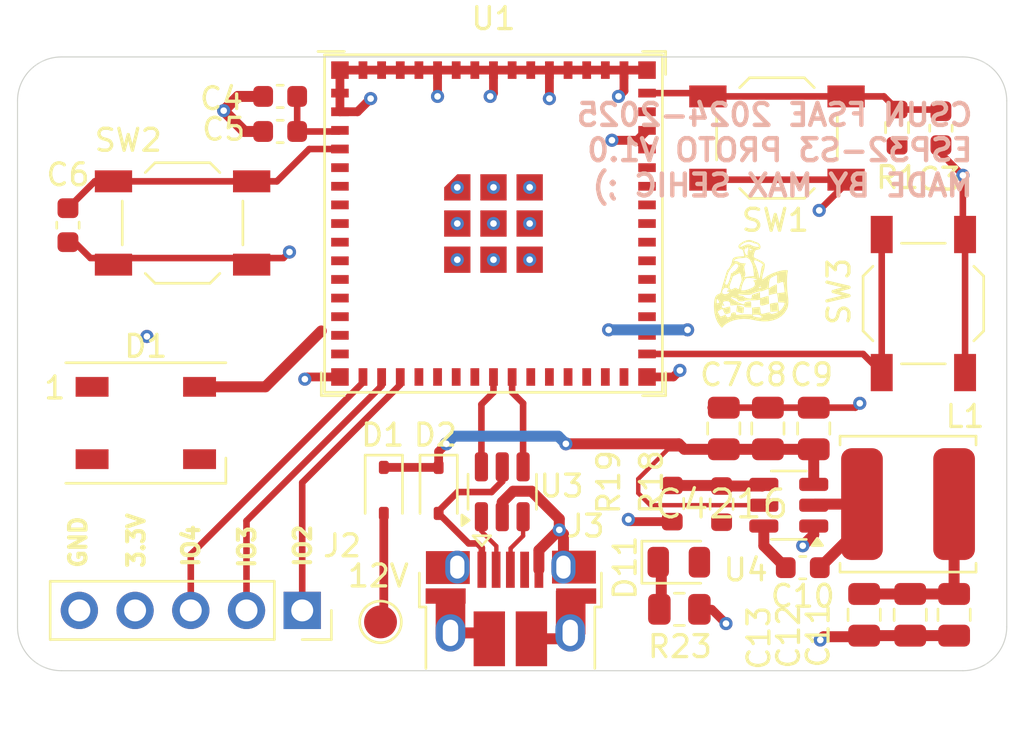
<source format=kicad_pcb>
(kicad_pcb (version 20240108) (generator "pcbnew") (generator_version "8.0")
  (layers (0 "F.Cu" signal) (31 "B.Cu" signal) (34 "B.Paste" user) (35 "F.Paste" user) (36 "B.SilkS" user "B.Silkscreen") (37 "F.SilkS" user "F.Silkscreen") (38 "B.Mask" user) (39 "F.Mask" user) (44 "Edge.Cuts" user))
  (net 0 "")
  (net 1 "GND")
  (net 2 "+3.3V")
  (net 3 "+12V")
  (net 4 "VBUS")
  (net 5 "Net-(U4-VBST)")
  (net 6 "Net-(U4-SW)")
  (net 7 "Net-(D11-K)")
  (net 8 "Net-(J3-D+)")
  (net 9 "Net-(J3-D-)")
  (net 11 "USB_N")
  (net 12 "Net-(U4-VFB)")
  (net 13 "GPIO3")
  (net 14 "USB_P")
  (net 15 "GPIO2")
  (net 16 "GPIO1")
  (net 17 "GPIO4")
  (net 18 "Net-(D1-K)")
  (net 19 "Net-(U1-GPIO0{slash}BOOT)")
  (net 20 "Net-(U1-EN)")
  (net 50 "+5V")
  (net 51 "Net-(D1-DIN)")
  (net 53 "DATA IN")
  (footprint "Resistor_SMD:R_0805_2012Metric" (layer "F.Cu") (at 173.175 110.7)
    (property "Reference" "R23" (at 0.025 1.7 0) (layer "F.SilkS"))
    (property "Value" "100")
    (pad "1" smd roundrect (at -0.9125 0) (size 1.025 1.4) (layers "F.Cu" "F.Paste" "F.Mask") (roundrect_rratio 0.243902) (net 7 "Net-(D11-K)"))
    (pad "2" smd roundrect (at 0.9125 0) (size 1.025 1.4) (layers "F.Cu" "F.Paste" "F.Mask") (roundrect_rratio 0.243902) (net 1 "GND"))
  )
  (footprint "Resistor_SMD:R_0603_1608Metric" (layer "F.Cu") (at 172.85 105.875 -90)
    (property "Reference" "R19" (at -0.975 2.9 -90) (layer "F.SilkS"))
    (property "Value" "10k")
    (pad "1" smd roundrect (at -0.825 0 270) (size 0.8 0.95) (layers "F.Cu" "F.Paste" "F.Mask") (net 12 "Net-(U4-VFB)"))
    (pad "2" smd roundrect (at 0.825 0 270) (size 0.8 0.95) (layers "F.Cu" "F.Paste" "F.Mask") (net 1 "GND"))
  )
  (footprint "Capacitor_SMD:C_0603_1608Metric" (layer "F.Cu") (at 178.8 108.8 180)
    (property "Reference" "C10" (at 0 -1.3 0) (layer "F.SilkS"))
    (property "Value" "100nF")
    (pad "1" smd roundrect (at -0.775 0 180) (size 0.9 0.95) (layers "F.Cu" "F.Paste" "F.Mask") (net 6 "Net-(U4-SW)"))
    (pad "2" smd roundrect (at 0.775 0 180) (size 0.9 0.95) (layers "F.Cu" "F.Paste" "F.Mask") (net 5 "Net-(U4-VBST)"))
  )
  (footprint "Button_Switch_SMD:SW_SPST_TL3342" (layer "F.Cu") (at 184.3 96.75 -90)
    (property "Reference" "SW3" (at -0.55 3.85 -90) (layer "F.SilkS"))
    (property "Value" "INPUT1")
    (pad "1" smd rect (at -3.15 -1.9 270) (size 1.7 1) (layers "F.Cu" "F.Paste" "F.Mask") (net 1 "GND"))
    (pad "1" smd rect (at 3.15 -1.9 270) (size 1.7 1) (layers "F.Cu" "F.Paste" "F.Mask") (net 1 "GND"))
    (pad "2" smd rect (at -3.15 1.9 270) (size 1.7 1) (layers "F.Cu" "F.Paste" "F.Mask") (net 16 "GPIO1"))
    (pad "2" smd rect (at 3.15 1.9 270) (size 1.7 1) (layers "F.Cu" "F.Paste" "F.Mask") (net 16 "GPIO1"))
  )
  (footprint "Capacitor_SMD:C_0805_2012Metric" (layer "F.Cu") (at 185.7 110.95 -90)
    (property "Reference" "C11" (at 0.95 6.2 90) (layer "F.SilkS"))
    (property "Value" "22uF")
    (pad "1" smd roundrect (at -0.95 0 270) (size 1 1.45) (layers "F.Cu" "F.Paste" "F.Mask") (net 2 "+3.3V"))
    (pad "2" smd roundrect (at 0.95 0 270) (size 1 1.45) (layers "F.Cu" "F.Paste" "F.Mask") (net 1 "GND"))
  )
  (footprint "Capacitor_SMD:C_0603_1608Metric" (layer "F.Cu") (at 145.3 93.175 -90)
    (property "Reference" "C6" (at -2.3 0 180) (layer "F.SilkS"))
    (property "Value" "0.1uF")
    (pad "1" smd roundrect (at -0.775 0 270) (size 0.9 0.95) (layers "F.Cu" "F.Paste" "F.Mask") (net 19 "Net-(U1-GPIO0{slash}BOOT)"))
    (pad "2" smd roundrect (at 0.775 0 270) (size 0.9 0.95) (layers "F.Cu" "F.Paste" "F.Mask") (net 1 "GND"))
  )
  (footprint "Package_TO_SOT_SMD:SOT-23-6" (layer "F.Cu") (at 178.1625 105.95 180)
    (property "Reference" "U4" (at 1.9625 -2.95 0) (layer "F.SilkS"))
    (property "Value" "TPS562200")
    (pad "1" smd roundrect (at -1.1375 -0.95 180) (size 1.325 0.6) (layers "F.Cu" "F.Paste" "F.Mask") (net 1 "GND"))
    (pad "2" smd roundrect (at -1.1375 0 180) (size 1.325 0.6) (layers "F.Cu" "F.Paste" "F.Mask") (net 6 "Net-(U4-SW)"))
    (pad "3" smd roundrect (at -1.1375 0.95 180) (size 1.325 0.6) (layers "F.Cu" "F.Paste" "F.Mask") (net 18 "Net-(D1-K)"))
    (pad "4" smd roundrect (at 1.1375 0.95 180) (size 1.325 0.6) (layers "F.Cu" "F.Paste" "F.Mask") (net 12 "Net-(U4-VFB)"))
    (pad "5" smd roundrect (at 1.1375 0 180) (size 1.325 0.6) (layers "F.Cu" "F.Paste" "F.Mask") (net 18 "Net-(D1-K)"))
    (pad "6" smd roundrect (at 1.1375 -0.95 180) (size 1.325 0.6) (layers "F.Cu" "F.Paste" "F.Mask") (net 5 "Net-(U4-VBST)"))
  )
  (footprint "Capacitor_SMD:C_0603_1608Metric" (layer "F.Cu") (at 154.975 88.9 180)
    (property "Reference" "C5" (at 2.575 0.1 0) (layer "F.SilkS"))
    (property "Value" "10nF")
    (pad "1" smd roundrect (at -0.775 0 180) (size 0.9 0.95) (layers "F.Cu" "F.Paste" "F.Mask") (net 2 "+3.3V"))
    (pad "2" smd roundrect (at 0.775 0 180) (size 0.9 0.95) (layers "F.Cu" "F.Paste" "F.Mask") (net 1 "GND"))
  )
  (footprint "Capacitor_SMD:C_0805_2012Metric" (layer "F.Cu") (at 183.7 110.95 -90)
    (property "Reference" "C12" (at 1 5.55 90) (layer "F.SilkS"))
    (property "Value" "22uF")
    (pad "1" smd roundrect (at -0.95 0 270) (size 1 1.45) (layers "F.Cu" "F.Paste" "F.Mask") (net 2 "+3.3V"))
    (pad "2" smd roundrect (at 0.95 0 270) (size 1 1.45) (layers "F.Cu" "F.Paste" "F.Mask") (net 1 "GND"))
  )
  (footprint "Capacitor_SMD:C_0805_2012Metric" (layer "F.Cu") (at 181.6 110.95 -90)
    (property "Reference" "C13" (at 1.05 4.8 90) (layer "F.SilkS"))
    (property "Value" "22uF")
    (pad "1" smd roundrect (at -0.95 0 270) (size 1 1.45) (layers "F.Cu" "F.Paste" "F.Mask") (net 2 "+3.3V"))
    (pad "2" smd roundrect (at 0.95 0 270) (size 1 1.45) (layers "F.Cu" "F.Paste" "F.Mask") (net 1 "GND"))
  )
  (footprint "Connector_USB:USB_Micro-B_Amphenol_10103594-0001LF_Horizontal" (layer "F.Cu") (at 165.495 110.66)
    (property "Reference" "J3" (at 3.405 -3.76 0) (layer "F.SilkS"))
    (property "Value" "USB_B_Micro")
    (pad "1" smd rect (at -1.325 -1.765 90) (size 1.65 0.4) (layers "F.Cu" "F.Paste" "F.Mask") (net 4 "VBUS"))
    (pad "2" smd rect (at -0.675 -1.765 90) (size 1.65 0.4) (layers "F.Cu" "F.Paste" "F.Mask") (net 9 "Net-(J3-D-)"))
    (pad "3" smd rect (at -0.025 -1.765 90) (size 1.65 0.4) (layers "F.Cu" "F.Paste" "F.Mask") (net 8 "Net-(J3-D+)"))
    (pad "4" smd rect (at 0.625 -1.765 90) (size 1.65 0.4) (layers "F.Cu" "F.Paste" "F.Mask"))
    (pad "5" smd rect (at 1.275 -1.765 90) (size 1.65 0.4) (layers "F.Cu" "F.Paste" "F.Mask") (net 1 "GND"))
    (pad "6" smd rect (at -2.975 -0.565) (size 1.825 0.7) (layers "F.Cu" "F.Paste" "F.Mask") (net 1 "GND"))
    (pad "6" smd rect (at -2.875 -1.865) (size 2 1.5) (layers "F.Cu" "F.Paste" "F.Mask") (net 1 "GND"))
    (pad "6" smd rect (at -2.755 0.185) (size 1.35 2) (layers "F.Cu" "F.Paste" "F.Mask") (net 1 "GND"))
    (pad "6" thru_hole oval (at -2.755 1.115 90) (size 1.7 1.35) (drill oval 1.2 0.7) (layers "*.Cu" "*.Mask") (net 1 "GND"))
    (pad "6" thru_hole oval (at -2.445 -1.885 90) (size 1.5 1.1) (drill oval 1.05 0.65) (layers "*.Cu" "*.Mask") (net 1 "GND"))
    (pad "6" smd rect (at -0.985 1.385 90) (size 2.5 1.43) (layers "F.Cu" "F.Paste" "F.Mask") (net 1 "GND"))
    (pad "6" smd rect (at 0.935 1.385 90) (size 2.5 1.43) (layers "F.Cu" "F.Paste" "F.Mask") (net 1 "GND"))
    (pad "6" thru_hole oval (at 2.395 -1.885 90) (size 1.5 1.1) (drill oval 1.05 0.65) (layers "*.Cu" "*.Mask") (net 1 "GND"))
    (pad "6" thru_hole oval (at 2.705 1.115 90) (size 1.7 1.35) (drill oval 1.2 0.7) (layers "*.Cu" "*.Mask") (net 1 "GND"))
    (pad "6" smd rect (at 2.725 0.185) (size 1.35 2) (layers "F.Cu" "F.Paste" "F.Mask") (net 1 "GND"))
    (pad "6" smd rect (at 2.875 -1.885) (size 2 1.5) (layers "F.Cu" "F.Paste" "F.Mask") (net 1 "GND"))
    (pad "6" smd rect (at 2.975 -0.565) (size 1.825 0.7) (layers "F.Cu" "F.Paste" "F.Mask") (net 1 "GND"))
  )
  (footprint "Capacitor_SMD:C_0603_1608Metric" (layer "F.Cu") (at 154.975 87.3 180)
    (property "Reference" "C4" (at 2.675 -0.1 0) (layer "F.SilkS"))
    (property "Value" "1uF")
    (pad "1" smd roundrect (at -0.775 0 180) (size 0.9 0.95) (layers "F.Cu" "F.Paste" "F.Mask") (net 2 "+3.3V"))
    (pad "2" smd roundrect (at 0.775 0 180) (size 0.9 0.95) (layers "F.Cu" "F.Paste" "F.Mask") (net 1 "GND"))
  )
  (footprint "Capacitor_SMD:C_0603_1608Metric" (layer "F.Cu") (at 185.1 88.75 -90)
    (property "Reference" "C3" (at 2.325 0.075 180) (layer "F.SilkS"))
    (property "Value" "0.1uF")
    (pad "1" smd roundrect (at -0.775 0 270) (size 0.9 0.95) (layers "F.Cu" "F.Paste" "F.Mask") (net 20 "Net-(U1-EN)"))
    (pad "2" smd roundrect (at 0.775 0 270) (size 0.9 0.95) (layers "F.Cu" "F.Paste" "F.Mask") (net 1 "GND"))
  )
  (footprint "Diode_SMD:D_SOD-323" (layer "F.Cu") (at 159.7 105.275 -90)
    (property "Reference" "D1" (at -2.525 0.05 0) (layer "F.SilkS"))
    (property "Value" "D_Schottky")
    (pad "1" smd roundrect (at -1.05 0 270) (size 0.6 0.45) (layers "F.Cu" "F.Paste" "F.Mask") (net 18 "Net-(D1-K)"))
    (pad "2" smd roundrect (at 1.05 0 270) (size 0.6 0.45) (layers "F.Cu" "F.Paste" "F.Mask") (net 3 "+12V"))
  )
  (footprint "Resistor_SMD:R_0603_1608Metric" (layer "F.Cu") (at 183.1 88.725 90)
    (property "Reference" "R1" (at -2.275 0.025 180) (layer "F.SilkS"))
    (property "Value" "10k")
    (pad "1" smd roundrect (at -0.825 0 90) (size 0.8 0.95) (layers "F.Cu" "F.Paste" "F.Mask") (net 2 "+3.3V"))
    (pad "2" smd roundrect (at 0.825 0 90) (size 0.8 0.95) (layers "F.Cu" "F.Paste" "F.Mask") (net 20 "Net-(U1-EN)"))
  )
  (footprint "Connector_PinSocket_2.54mm:PinSocket_1x05_P2.54mm_Vertical" (layer "F.Cu") (at 155.98 110.75 -90)
    (property "Reference" "J2" (at -2.95 -1.82 0) (layer "F.SilkS"))
    (property "Value" "Conn_01x05_Pin")
    (pad "1" thru_hole rect (at 0 0 270) (size 1.7 1.7) (drill 1) (layers "*.Cu" "*.Mask") (net 15 "GPIO2"))
    (pad "2" thru_hole oval (at 0 2.54 270) (size 1.7 1.7) (drill 1) (layers "*.Cu" "*.Mask") (net 13 "GPIO3"))
    (pad "3" thru_hole oval (at 0 5.08 270) (size 1.7 1.7) (drill 1) (layers "*.Cu" "*.Mask") (net 17 "GPIO4"))
    (pad "4" thru_hole oval (at 0 7.62 270) (size 1.7 1.7) (drill 1) (layers "*.Cu" "*.Mask") (net 2 "+3.3V"))
    (pad "5" thru_hole oval (at 0 10.16 270) (size 1.7 1.7) (drill 1) (layers "*.Cu" "*.Mask") (net 1 "GND"))
  )
  (footprint "Package_TO_SOT_SMD:SOT-23-6" (layer "F.Cu") (at 165.1 105.3375 90)
    (property "Reference" "U3" (at 0.2625 2.7 180) (layer "F.SilkS"))
    (property "Value" "USBLC6-2SC6")
    (pad "1" smd roundrect (at -1.1375 -0.95 90) (size 1.325 0.6) (layers "F.Cu" "F.Paste" "F.Mask") (net 9 "Net-(J3-D-)"))
    (pad "2" smd roundrect (at -1.1375 0 90) (size 1.325 0.6) (layers "F.Cu" "F.Paste" "F.Mask") (net 1 "GND"))
    (pad "3" smd roundrect (at -1.1375 0.95 90) (size 1.325 0.6) (layers "F.Cu" "F.Paste" "F.Mask") (net 8 "Net-(J3-D+)"))
    (pad "4" smd roundrect (at 1.1375 0.95 90) (size 1.325 0.6) (layers "F.Cu" "F.Paste" "F.Mask") (net 14 "USB_P"))
    (pad "5" smd roundrect (at 1.1375 0 90) (size 1.325 0.6) (layers "F.Cu" "F.Paste" "F.Mask") (net 4 "VBUS"))
    (pad "6" smd roundrect (at 1.1375 -0.95 90) (size 1.325 0.6) (layers "F.Cu" "F.Paste" "F.Mask") (net 11 "USB_N"))
  )
  (footprint "Resistor_SMD:R_0603_1608Metric" (layer "F.Cu") (at 175.1 105.9 -90)
    (property "Reference" "R18" (at -1 3.2 90) (layer "F.SilkS"))
    (property "Value" "33k")
    (property "LCSC" "C4216" (at 0 0 0) (layer "F.SilkS") (effects (font (size 1.27 1.27))))
    (pad "1" smd roundrect (at -0.825 0 270) (size 0.8 0.95) (layers "F.Cu" "F.Paste" "F.Mask") (net 12 "Net-(U4-VFB)"))
    (pad "2" smd roundrect (at 0.825 0 270) (size 0.8 0.95) (layers "F.Cu" "F.Paste" "F.Mask") (net 2 "+3.3V"))
  )
  (footprint "TestPoint:TestPoint_Pad_D1.5mm" (layer "F.Cu") (at 159.55 111.275)
    (property "Reference" "12V" (at -0.1 -2.1 0) (layer "F.SilkS"))
    (property "Value" "TestPoint_Pad_D1.5mm")
    (pad "1" smd circle (at 0 0) (size 1.5 1.5) (layers "F.Cu" "F.Mask") (net 3 "+12V"))
  )
  (footprint "Capacitor_SMD:C_0805_2012Metric" (layer "F.Cu") (at 179.3 102.45 90)
    (property "Reference" "C9" (at 2.45 -0.1 0) (layer "F.SilkS"))
    (property "Value" "10uF")
    (pad "1" smd roundrect (at -0.95 0 90) (size 1 1.45) (layers "F.Cu" "F.Paste" "F.Mask") (net 18 "Net-(D1-K)"))
    (pad "2" smd roundrect (at 0.95 0 90) (size 1 1.45) (layers "F.Cu" "F.Paste" "F.Mask") (net 1 "GND"))
  )
  (footprint "PCM_Espressif:ESP32-S3-MINI-1U" (layer "F.Cu") (at 164.7 93.1)
    (property "Reference" "U1" (at 0 -9.35 0) (layer "F.SilkS"))
    (property "Value" "ESP32-S3-MINI-1")
    (pad "1" smd rect (at -7 -5.95 90) (size 0.4 0.8) (layers "F.Cu" "F.Paste" "F.Mask") (net 1 "GND"))
    (pad "2" smd rect (at -7 -5.1 90) (size 0.4 0.8) (layers "F.Cu" "F.Paste" "F.Mask") (net 1 "GND"))
    (pad "3" smd rect (at -7 -4.25 90) (size 0.4 0.8) (layers "F.Cu" "F.Paste" "F.Mask") (net 2 "+3.3V"))
    (pad "4" smd rect (at -7 -3.4 90) (size 0.4 0.8) (layers "F.Cu" "F.Paste" "F.Mask") (net 19 "Net-(U1-GPIO0{slash}BOOT)"))
    (pad "5" smd rect (at -7 -2.55 90) (size 0.4 0.8) (layers "F.Cu" "F.Paste" "F.Mask"))
    (pad "6" smd rect (at -7 -1.7 90) (size 0.4 0.8) (layers "F.Cu" "F.Paste" "F.Mask"))
    (pad "7" smd rect (at -7 -0.85 90) (size 0.4 0.8) (layers "F.Cu" "F.Paste" "F.Mask"))
    (pad "8" smd rect (at -7 0 90) (size 0.4 0.8) (layers "F.Cu" "F.Paste" "F.Mask"))
    (pad "9" smd rect (at -7 0.85 90) (size 0.4 0.8) (layers "F.Cu" "F.Paste" "F.Mask"))
    (pad "10" smd rect (at -7 1.7 90) (size 0.4 0.8) (layers "F.Cu" "F.Paste" "F.Mask"))
    (pad "11" smd rect (at -7 2.55 90) (size 0.4 0.8) (layers "F.Cu" "F.Paste" "F.Mask"))
    (pad "12" smd rect (at -7 3.4 90) (size 0.4 0.8) (layers "F.Cu" "F.Paste" "F.Mask") (net 53 "DATA IN"))
    (pad "13" smd rect (at -7 4.25 90) (size 0.4 0.8) (layers "F.Cu" "F.Paste" "F.Mask"))
    (pad "14" smd rect (at -7 5.1 90) (size 0.4 0.8) (layers "F.Cu" "F.Paste" "F.Mask"))
    (pad "15" smd rect (at -7 5.95 90) (size 0.4 0.8) (layers "F.Cu" "F.Paste" "F.Mask"))
    (pad "16" smd rect (at -5.95 7) (size 0.4 0.8) (layers "F.Cu" "F.Paste" "F.Mask") (net 17 "GPIO4"))
    (pad "17" smd rect (at -5.1 7) (size 0.4 0.8) (layers "F.Cu" "F.Paste" "F.Mask") (net 13 "GPIO3"))
    (pad "18" smd rect (at -4.25 7) (size 0.4 0.8) (layers "F.Cu" "F.Paste" "F.Mask") (net 15 "GPIO2"))
    (pad "19" smd rect (at -3.4 7) (size 0.4 0.8) (layers "F.Cu" "F.Paste" "F.Mask"))
    (pad "20" smd rect (at -2.55 7) (size 0.4 0.8) (layers "F.Cu" "F.Paste" "F.Mask"))
    (pad "21" smd rect (at -1.7 7) (size 0.4 0.8) (layers "F.Cu" "F.Paste" "F.Mask"))
    (pad "22" smd rect (at -0.85 7) (size 0.4 0.8) (layers "F.Cu" "F.Paste" "F.Mask"))
    (pad "23" smd rect (at 0 7) (size 0.4 0.8) (layers "F.Cu" "F.Paste" "F.Mask") (net 11 "USB_N"))
    (pad "24" smd rect (at 0.85 7) (size 0.4 0.8) (layers "F.Cu" "F.Paste" "F.Mask") (net 14 "USB_P"))
    (pad "25" smd rect (at 1.7 7) (size 0.4 0.8) (layers "F.Cu" "F.Paste" "F.Mask"))
    (pad "26" smd rect (at 2.55 7) (size 0.4 0.8) (layers "F.Cu" "F.Paste" "F.Mask"))
    (pad "27" smd rect (at 3.4 7) (size 0.4 0.8) (layers "F.Cu" "F.Paste" "F.Mask"))
    (pad "28" smd rect (at 4.25 7) (size 0.4 0.8) (layers "F.Cu" "F.Paste" "F.Mask"))
    (pad "29" smd rect (at 5.1 7) (size 0.4 0.8) (layers "F.Cu" "F.Paste" "F.Mask"))
    (pad "30" smd rect (at 5.95 7) (size 0.4 0.8) (layers "F.Cu" "F.Paste" "F.Mask"))
    (pad "31" smd rect (at 7 5.95 90) (size 0.4 0.8) (layers "F.Cu" "F.Paste" "F.Mask") (net 16 "GPIO1"))
    (pad "32" smd rect (at 7 5.1 90) (size 0.4 0.8) (layers "F.Cu" "F.Paste" "F.Mask"))
    (pad "33" smd rect (at 7 4.25 90) (size 0.4 0.8) (layers "F.Cu" "F.Paste" "F.Mask"))
    (pad "34" smd rect (at 7 3.4 90) (size 0.4 0.8) (layers "F.Cu" "F.Paste" "F.Mask"))
    (pad "35" smd rect (at 7 2.55 90) (size 0.4 0.8) (layers "F.Cu" "F.Paste" "F.Mask"))
    (pad "36" smd rect (at 7 1.7 90) (size 0.4 0.8) (layers "F.Cu" "F.Paste" "F.Mask"))
    (pad "37" smd rect (at 7 0.85 90) (size 0.4 0.8) (layers "F.Cu" "F.Paste" "F.Mask"))
    (pad "38" smd rect (at 7 0 90) (size 0.4 0.8) (layers "F.Cu" "F.Paste" "F.Mask"))
    (pad "39" smd rect (at 7 -0.85 90) (size 0.4 0.8) (layers "F.Cu" "F.Paste" "F.Mask"))
    (pad "40" smd rect (at 7 -1.7 90) (size 0.4 0.8) (layers "F.Cu" "F.Paste" "F.Mask"))
    (pad "41" smd rect (at 7 -2.55 90) (size 0.4 0.8) (layers "F.Cu" "F.Paste" "F.Mask"))
    (pad "42" smd rect (at 7 -3.4 90) (size 0.4 0.8) (layers "F.Cu" "F.Paste" "F.Mask") (net 1 "GND"))
    (pad "43" smd rect (at 7 -4.25 90) (size 0.4 0.8) (layers "F.Cu" "F.Paste" "F.Mask") (net 1 "GND"))
    (pad "44" smd rect (at 7 -5.1 90) (size 0.4 0.8) (layers "F.Cu" "F.Paste" "F.Mask"))
    (pad "45" smd rect (at 7 -5.95 90) (size 0.4 0.8) (layers "F.Cu" "F.Paste" "F.Mask") (net 20 "Net-(U1-EN)"))
    (pad "46" smd rect (at 5.95 -7) (size 0.4 0.8) (layers "F.Cu" "F.Paste" "F.Mask") (net 1 "GND"))
    (pad "47" smd rect (at 5.1 -7) (size 0.4 0.8) (layers "F.Cu" "F.Paste" "F.Mask") (net 1 "GND"))
    (pad "48" smd rect (at 4.25 -7) (size 0.4 0.8) (layers "F.Cu" "F.Paste" "F.Mask") (net 1 "GND"))
    (pad "49" smd rect (at 3.4 -7) (size 0.4 0.8) (layers "F.Cu" "F.Paste" "F.Mask") (net 1 "GND"))
    (pad "50" smd rect (at 2.55 -7) (size 0.4 0.8) (layers "F.Cu" "F.Paste" "F.Mask") (net 1 "GND"))
    (pad "51" smd rect (at 1.7 -7) (size 0.4 0.8) (layers "F.Cu" "F.Paste" "F.Mask") (net 1 "GND"))
    (pad "52" smd rect (at 0.85 -7) (size 0.4 0.8) (layers "F.Cu" "F.Paste" "F.Mask") (net 1 "GND"))
    (pad "53" smd rect (at 0 -7) (size 0.4 0.8) (layers "F.Cu" "F.Paste" "F.Mask") (net 1 "GND"))
    (pad "54" smd rect (at -0.85 -7) (size 0.4 0.8) (layers "F.Cu" "F.Paste" "F.Mask") (net 1 "GND"))
    (pad "55" smd rect (at -1.7 -7) (size 0.4 0.8) (layers "F.Cu" "F.Paste" "F.Mask") (net 1 "GND"))
    (pad "56" smd rect (at -2.55 -7) (size 0.4 0.8) (layers "F.Cu" "F.Paste" "F.Mask") (net 1 "GND"))
    (pad "57" smd rect (at -3.4 -7) (size 0.4 0.8) (layers "F.Cu" "F.Paste" "F.Mask") (net 1 "GND"))
    (pad "58" smd rect (at -4.25 -7) (size 0.4 0.8) (layers "F.Cu" "F.Paste" "F.Mask") (net 1 "GND"))
    (pad "59" smd rect (at -5.1 -7) (size 0.4 0.8) (layers "F.Cu" "F.Paste" "F.Mask") (net 1 "GND"))
    (pad "60" smd rect (at -5.95 -7) (size 0.4 0.8) (layers "F.Cu" "F.Paste" "F.Mask") (net 1 "GND"))
    (pad "61" smd custom (at -1.65 -1.65) (size 0.6 0.6) (layers "F.Cu" "F.Paste" "F.Mask") (net 1 "GND") (options (clearance outline) (anchor rect)) (primitives (gr_poly (pts (xy 0.6 0.6) (xy -0.6 0.6) (xy -0.6 0) (xy 0 -0.6) (xy 0.6 -0.6)) (width 0) (fill yes))))
    (pad "61" smd rect (at -1.65 0) (size 1.2 1.2) (layers "F.Cu" "F.Paste" "F.Mask") (net 1 "GND"))
    (pad "61" smd rect (at -1.65 1.65) (size 1.2 1.2) (layers "F.Cu" "F.Paste" "F.Mask") (net 1 "GND"))
    (pad "61" smd rect (at 0 -1.65) (size 1.2 1.2) (layers "F.Cu" "F.Paste" "F.Mask") (net 1 "GND"))
    (pad "61" smd rect (at 0 0) (size 1.2 1.2) (layers "F.Cu" "F.Paste" "F.Mask") (net 1 "GND"))
    (pad "61" smd rect (at 0 1.65) (size 1.2 1.2) (layers "F.Cu" "F.Paste" "F.Mask") (net 1 "GND"))
    (pad "61" smd rect (at 1.65 -1.65) (size 1.2 1.2) (layers "F.Cu" "F.Paste" "F.Mask") (net 1 "GND"))
    (pad "61" smd rect (at 1.65 0) (size 1.2 1.2) (layers "F.Cu" "F.Paste" "F.Mask") (net 1 "GND"))
    (pad "61" smd rect (at 1.65 1.65) (size 1.2 1.2) (layers "F.Cu" "F.Paste" "F.Mask") (net 1 "GND"))
    (pad "62" smd rect (at -7 -7 180) (size 0.8 0.8) (layers "F.Cu" "F.Paste" "F.Mask") (net 1 "GND"))
    (pad "63" smd rect (at -7 7 180) (size 0.8 0.8) (layers "F.Cu" "F.Paste" "F.Mask") (net 1 "GND"))
    (pad "64" smd rect (at 7 7 180) (size 0.8 0.8) (layers "F.Cu" "F.Paste" "F.Mask") (net 1 "GND"))
    (pad "65" smd rect (at 7 -7 180) (size 0.8 0.8) (layers "F.Cu" "F.Paste" "F.Mask") (net 1 "GND"))
  )
  (footprint "Button_Switch_SMD:SW_SPST_TL3342" (layer "F.Cu") (at 177.625 89.2)
    (property "Reference" "SW1" (at -0.075 3.75 0) (layer "F.SilkS"))
    (property "Value" "RESET1")
    (pad "1" smd rect (at -3.15 -1.9) (size 1.7 1) (layers "F.Cu" "F.Paste" "F.Mask") (net 20 "Net-(U1-EN)"))
    (pad "1" smd rect (at 3.15 -1.9) (size 1.7 1) (layers "F.Cu" "F.Paste" "F.Mask") (net 20 "Net-(U1-EN)"))
    (pad "2" smd rect (at -3.15 1.9) (size 1.7 1) (layers "F.Cu" "F.Paste" "F.Mask") (net 1 "GND"))
    (pad "2" smd rect (at 3.15 1.9) (size 1.7 1) (layers "F.Cu" "F.Paste" "F.Mask") (net 1 "GND"))
  )
  (footprint "LED_SMD:LED_0805_2012Metric" (layer "F.Cu") (at 173.15 108.55)
    (property "Reference" "D11" (at -2.45 0.25 90) (layer "F.SilkS"))
    (property "Value" "LED")
    (pad "1" smd roundrect (at -0.9375 0) (size 0.975 1.4) (layers "F.Cu" "F.Paste" "F.Mask") (net 7 "Net-(D11-K)"))
    (pad "2" smd roundrect (at 0.9375 0) (size 0.975 1.4) (layers "F.Cu" "F.Paste" "F.Mask") (net 2 "+3.3V"))
  )
  (footprint "LOGO" (layer "F.Cu") (at 176.45 95.85)
    (property "Reference" "G***" (hide yes))
    (property "Value" "LOGO" (hide yes))
  )
  (footprint "Diode_SMD:D_SOD-323" (layer "F.Cu") (at 162.2 105.275 -90)
    (property "Reference" "D2" (at -2.525 0.15 0) (layer "F.SilkS"))
    (property "Value" "D_Schottky")
    (pad "1" smd roundrect (at -1.05 0 270) (size 0.6 0.45) (layers "F.Cu" "F.Paste" "F.Mask") (net 18 "Net-(D1-K)"))
    (pad "2" smd roundrect (at 1.05 0 270) (size 0.6 0.45) (layers "F.Cu" "F.Paste" "F.Mask") (net 4 "VBUS"))
  )
  (footprint "Inductor_SMD:L_TDK_VLS6045EX_VLS6045AF" (layer "F.Cu") (at 183.6 105.9)
    (property "Reference" "L1" (at 2.6 -4 0) (layer "F.SilkS"))
    (property "Value" "3.3uH")
    (pad "1" smd roundrect (at -2.1 0) (size 1.9 5.1) (layers "F.Cu" "F.Paste" "F.Mask") (net 6 "Net-(U4-SW)"))
    (pad "2" smd roundrect (at 2.1 0) (size 1.9 5.1) (layers "F.Cu" "F.Paste" "F.Mask") (net 2 "+3.3V"))
  )
  (footprint "Capacitor_SMD:C_0805_2012Metric" (layer "F.Cu") (at 175.2 102.45 90)
    (property "Reference" "C7" (at 2.45 -0.1 0) (layer "F.SilkS"))
    (property "Value" "0.1uF")
    (pad "1" smd roundrect (at -0.95 0 90) (size 1 1.45) (layers "F.Cu" "F.Paste" "F.Mask") (net 18 "Net-(D1-K)"))
    (pad "2" smd roundrect (at 0.95 0 90) (size 1 1.45) (layers "F.Cu" "F.Paste" "F.Mask") (net 1 "GND"))
  )
  (footprint "Button_Switch_SMD:SW_SPST_TL3342" (layer "F.Cu") (at 150.525 93.075)
    (property "Reference" "SW2" (at -2.475 -3.775 0) (layer "F.SilkS"))
    (property "Value" "BOOT1")
    (pad "1" smd rect (at -3.15 -1.9) (size 1.7 1) (layers "F.Cu" "F.Paste" "F.Mask") (net 19 "Net-(U1-GPIO0{slash}BOOT)"))
    (pad "1" smd rect (at 3.15 -1.9) (size 1.7 1) (layers "F.Cu" "F.Paste" "F.Mask") (net 19 "Net-(U1-GPIO0{slash}BOOT)"))
    (pad "2" smd rect (at -3.15 1.9) (size 1.7 1) (layers "F.Cu" "F.Paste" "F.Mask") (net 1 "GND"))
    (pad "2" smd rect (at 3.15 1.9) (size 1.7 1) (layers "F.Cu" "F.Paste" "F.Mask") (net 1 "GND"))
  )
  (footprint "Capacitor_SMD:C_0805_2012Metric" (layer "F.Cu") (at 177.21 102.45 90)
    (property "Reference" "C8" (at 2.45 -0.11 0) (layer "F.SilkS"))
    (property "Value" "10uF")
    (pad "1" smd roundrect (at -0.95 0 90) (size 1 1.45) (layers "F.Cu" "F.Paste" "F.Mask") (net 18 "Net-(D1-K)"))
    (pad "2" smd roundrect (at 0.95 0 90) (size 1 1.45) (layers "F.Cu" "F.Paste" "F.Mask") (net 1 "GND"))
  )
  (footprint "LED_SMD:LED_WS2812B_PLCC4_5.0x5.0mm_P3.2mm" (layer "F.Cu") (at 148.85 102.2)
    (property "Reference" "D1" (at 0 -3.5 0) (layer "F.SilkS"))
    (property "Value" "WS2812B")
    (fp_text user "1" (at -4.15 -1.6 0) (layer "F.SilkS"))
    (pad "1" smd rect (at -2.45 -1.65) (size 1.5 0.9) (layers "F.Cu" "F.Paste" "F.Mask") (net 50 "+5V"))
    (pad "2" smd rect (at -2.45 1.65) (size 1.5 0.9) (layers "F.Cu" "F.Paste" "F.Mask"))
    (pad "3" smd rect (at 2.45 1.65) (size 1.5 0.9) (layers "F.Cu" "F.Paste" "F.Mask") (net 1 "GND"))
    (pad "4" smd rect (at 2.45 -1.65) (size 1.5 0.9) (layers "F.Cu" "F.Paste" "F.Mask") (net 51 "Net-(D1-DIN)"))
  )
  (gr_line (start 188.1 111.5) (end 188.1 87.5) (stroke (width 0.05)) (layer "Edge.Cuts"))
  (gr_arc (start 188.1 111.5) (mid 187.514214 112.914214) (end 186.1 113.5) (stroke (width 0.05)) (layer "Edge.Cuts"))
  (gr_arc (start 145 113.5) (mid 143.58586 112.914287) (end 143 111.500208) (stroke (width 0.05)) (layer "Edge.Cuts"))
  (gr_line (start 186.1 85.5) (end 145 85.5) (stroke (width 0.05)) (layer "Edge.Cuts"))
  (gr_arc (start 186.1 85.5) (mid 187.514214 86.085786) (end 188.1 87.5) (stroke (width 0.05)) (layer "Edge.Cuts"))
  (gr_arc (start 143 87.5) (mid 143.585786 86.085786) (end 145 85.5) (stroke (width 0.05)) (layer "Edge.Cuts"))
  (gr_line (start 143 87.5) (end 143 111.500208) (stroke (width 0.05)) (layer "Edge.Cuts"))
  (gr_line (start 145 113.5) (end 186.1 113.5) (stroke (width 0.05)) (layer "Edge.Cuts"))
  (gr_text "CSUN FSAE 2024-2025\nESP32-S3 PROTO V1.0\nMADE BY MAX SEHIC ;)\n" (at 186.65 91.95 0) (layer "B.SilkS") (effects (font (size 1 1) (thickness 0.2) (bold yes)) (justify left bottom mirror)))
  (gr_text "IO2\n\n" (at 157.65 108.85 90) (layer "F.SilkS") (effects (font (size 0.75 0.75) (thickness 0.1875) (bold yes)) (justify left bottom)))
  (gr_text "IO4" (at 151.35 108.85 90) (layer "F.SilkS") (effects (font (size 0.75 0.75) (thickness 0.1875) (bold yes)) (justify left bottom)))
  (gr_text "3.3V\n" (at 148.85 108.9 90) (layer "F.SilkS") (effects (font (size 0.75 0.75) (thickness 0.1875) (bold yes)) (justify left bottom)))
  (gr_text "IO3\n" (at 153.9 108.9 90) (layer "F.SilkS") (effects (font (size 0.75 0.75) (thickness 0.1875) (bold yes)) (justify left bottom)))
  (gr_text "GND" (at 146.2 108.9 90) (layer "F.SilkS") (effects (font (size 0.75 0.75) (thickness 0.1875) (bold yes)) (justify left bottom)))
  (segment (start 165.1 105.812501) (end 165.600001 105.3125) (width 0.5) (layer "F.Cu") (net 1))
  (segment (start 166.4375 105.3125) (end 167.7 106.575) (width 0.5) (layer "F.Cu") (net 1))
  (segment (start 166.77 108.005) (end 167.7 107.075) (width 0.5) (layer "F.Cu") (net 1))
  (segment (start 170.65 87.05) (end 170.4 87.3) (width 0.4) (layer "F.Cu") (net 1))
  (segment (start 169.8 86.1) (end 168.95 86.1) (width 0.4) (layer "F.Cu") (net 1))
  (segment (start 157.7 86.1) (end 158.75 86.1) (width 0.4) (layer "F.Cu") (net 1))
  (segment (start 167.89 108.775) (end 167.89 107.265) (width 0.5) (layer "F.Cu") (net 1))
  (segment (start 153.35 88.9) (end 152.4 87.95) (width 0.5) (layer "F.Cu") (net 1))
  (segment (start 162.15 86.1) (end 161.3 86.1) (width 0.4) (layer "F.Cu") (net 1))
  (segment (start 180.775 91.275) (end 179.55 92.5) (width 0.3) (layer "F.Cu") (net 1))
  (segment (start 170.65 86.1) (end 170.65 87.05) (width 0.4) (layer "F.Cu") (net 1))
  (segment (start 186.1 90.9) (end 186 90.8) (width 0.3) (layer "F.Cu") (net 1))
  (segment (start 154.2 87.3) (end 153.05 87.3) (width 0.5) (layer "F.Cu") (net 1))
  (segment (start 168.1 86.1) (end 167.25 86.1) (width 0.4) (layer "F.Cu") (net 1))
  (segment (start 157.7 100.1) (end 156.2 100.1) (width 0.4) (layer "F.Cu") (net 1))
  (segment (start 167.7 106.575) (end 167.7 107.075) (width 0.5) (layer "F.Cu") (net 1))
  (segment (start 164.7 86.1) (end 163.85 86.1) (width 0.4) (layer "F.Cu") (net 1))
  (segment (start 175.2 101.5) (end 177.21 101.5) (width 0.3) (layer "F.Cu") (net 1))
  (segment (start 171.7 86.1) (end 170.65 86.1) (width 0.4) (layer "F.Cu") (net 1))
  (segment (start 174.475 91.1) (end 180.775 91.1) (width 0.3) (layer "F.Cu") (net 1))
  (segment (start 171.3 89.3) (end 171.7 89.7) (width 0.4) (layer "F.Cu") (net 1))
  (segment (start 181.6 111.95) (end 179.75 111.95) (width 0.5) (layer "F.Cu") (net 1))
  (segment (start 157.7 87.15) (end 157.7 86.1) (width 0.4) (layer "F.Cu") (net 1))
  (segment (start 166.4 86.1) (end 165.55 86.1) (width 0.4) (layer "F.Cu") (net 1))
  (segment (start 158.5 88) (end 159.1 87.4) (width 0.4) (layer "F.Cu") (net 1))
  (segment (start 172.85 106.7) (end 170.95 106.7) (width 0.4) (layer "F.Cu") (net 1))
  (segment (start 186.1 93.5) (end 186.2 93.6) (width 0.3) (layer "F.Cu") (net 1))
  (segment (start 167.25 86.1) (end 166.4 86.1) (width 0.4) (layer "F.Cu") (net 1))
  (segment (start 166.77 108.895) (end 166.77 108.005) (width 0.5) (layer "F.Cu") (net 1))
  (segment (start 171.25 89.3) (end 171.7 88.85) (width 0.4) (layer "F.Cu") (net 1))
  (segment (start 159.6 86.1) (end 158.75 86.1) (width 0.4) (layer "F.Cu") (net 1))
  (segment (start 170.65 86.1) (end 169.8 86.1) (width 0.4) (layer "F.Cu") (net 1))
  (segment (start 185.7 111.9) (end 183.7 111.9) (width 0.5) (layer "F.Cu") (net 1))
  (segment (start 166.43 112.045) (end 167.93 112.045) (width 0.5) (layer "F.Cu") (net 1))
  (segment (start 160.45 86.1) (end 159.6 86.1) (width 0.4) (layer "F.Cu") (net 1))
  (segment (start 153.15 94.675) (end 155.125 94.675) (width 0.3) (layer "F.Cu") (net 1))
  (segment (start 165.600001 105.3125) (end 166.4375 105.3125) (width 0.5) (layer "F.Cu") (net 1))
  (segment (start 170.1 89.3) (end 171.25 89.3) (width 0.4) (layer "F.Cu") (net 1))
  (segment (start 175.2 101.5) (end 174.6 101.5) (width 0.3) (layer "F.Cu") (net 1))
  (segment (start 175.3 111.35) (end 174.65 110.7) (width 0.4) (layer "F.Cu") (net 1))
  (segment (start 156.2 100.1) (end 156.1 100.2) (width 0.4) (layer "F.Cu") (net 1))
  (segment (start 183.7 111.9) (end 181.65 111.9) (width 0.5) (layer "F.Cu") (net 1))
  (segment (start 179.3 101.5) (end 181.2 101.5) (width 0.3) (layer "F.Cu") (net 1))
  (segment (start 179.3 106.9) (end 179.3 107.3) (width 0.5) (layer "F.Cu") (net 1))
  (segment (start 162.74 111.775) (end 164.24 111.775) (width 0.5) (layer "F.Cu") (net 1))
  (segment (start 155.125 94.675) (end 155.4 94.4) (width 0.3) (layer "F.Cu") (net 1))
  (segment (start 180.775 91.1) (end 180.775 91.275) (width 0.3) (layer "F.Cu") (net 1))
  (segment (start 179.3 107.3) (end 178.8 107.8) (width 0.5) (layer "F.Cu") (net 1))
  (segment (start 172.9 100.1) (end 171.7 100.1) (width 0.4) (layer "F.Cu") (net 1))
  (segment (start 179.75 111.95) (end 179.6 112.1) (width 0.5) (layer "F.Cu") (net 1))
  (segment (start 186.2 93.6) (end 186.2 99.9) (width 0.3) (layer "F.Cu") (net 1))
  (segment (start 168.95 86.1) (end 168.1 86.1) (width 0.4) (layer "F.Cu") (net 1))
  (segment (start 174.65 110.7) (end 174 110.7) (width 0.4) (layer "F.Cu") (net 1))
  (segment (start 153.05 87.3) (end 152.4 87.95) (width 0.5) (layer "F.Cu") (net 1))
  (segment (start 167.25 86.1) (end 167.25 87.4) (width 0.4) (layer "F.Cu") (net 1))
  (segment (start 161.3 86.1) (end 160.45 86.1) (width 0.4) (layer "F.Cu") (net 1))
  (segment (start 165.55 86.1) (end 164.7 86.1) (width 0.4) (layer "F.Cu") (net 1))
  (segment (start 173.2 99.8) (end 172.9 100.1) (width 0.4) (layer "F.Cu") (net 1))
  (segment (start 147.9 94.675) (end 146.325 94.675) (width 0.3) (layer "F.Cu") (net 1))
  (segment (start 162.15 86.1) (end 162.15 87.3) (width 0.4) (layer "F.Cu") (net 1))
  (segment (start 157.7 88) (end 157.7 87.15) (width 0.4) (layer "F.Cu") (net 1))
  (segment (start 164.24 111.775) (end 164.51 112.045) (width 0.5) (layer "F.Cu") (net 1))
  (segment (start 154.2 88.9) (end 153.35 88.9) (width 0.5) (layer "F.Cu") (net 1))
  (segment (start 170.95 106.7) (end 170.85 106.6) (width 0.4) (layer "F.Cu") (net 1))
  (segment (start 153.15 94.675) (end 147.9 94.675) (width 0.3) (layer "F.Cu") (net 1))
  (segment (start 146.325 94.675) (end 145.6 93.95) (width 0.3) (layer "F.Cu") (net 1))
  (segment (start 181.65 111.9) (end 181.6 111.95) (width 0.5) (layer "F.Cu") (net 1))
  (segment (start 170.1 89.3) (end 171.3 89.3) (width 0.4) (layer "F.Cu") (net 1))
  (segment (start 179.3 101.5) (end 177.21 101.5) (width 0.3) (layer "F.Cu") (net 1))
  (segment (start 164.7 87.15) (end 164.55 87.3) (width 0.4) (layer "F.Cu") (net 1))
  (segment (start 165.1 106.475) (end 165.1 105.812501) (width 0.5) (layer "F.Cu") (net 1))
  (segment (start 163 86.1) (end 162.15 86.1) (width 0.4) (layer "F.Cu") (net 1))
  (segment (start 164.7 86.1) (end 164.7 87.15) (width 0.4) (layer "F.Cu") (net 1))
  (segment (start 167.89 107.265) (end 167.7 107.075) (width 0.5) (layer "F.Cu") (net 1))
  (segment (start 186.1 90.9) (end 186.1 93.5) (width 0.3) (layer "F.Cu") (net 1))
  (segment (start 157.7 88) (end 158.5 88) (width 0.4) (layer "F.Cu") (net 1))
  (segment (start 167.93 112.045) (end 168.2 111.775) (width 0.5) (layer "F.Cu") (net 1))
  (segment (start 185.1 89.9) (end 185.1 89.525) (width 0.3) (layer "F.Cu") (net 1))
  (segment (start 181.2 101.5) (end 181.4 101.3) (width 0.3) (layer "F.Cu") (net 1))
  (segment (start 186.1 90.9) (end 185.1 89.9) (width 0.3) (layer "F.Cu") (net 1))
  (segment (start 163.85 86.1) (end 163 86.1) (width 0.4) (layer "F.Cu") (net 1))
  (via (at 156.1 100.2) (size 0.6) (drill 0.3) (layers "F.Cu" "B.Cu") (net 1))
  (via (at 162.15 87.3) (size 0.6) (drill 0.3) (layers "F.Cu" "B.Cu") (net 1))
  (via (at 175.3 111.35) (size 0.6) (drill 0.3) (layers "F.Cu" "B.Cu") (net 1))
  (via (at 166.35 93.1) (size 0.6) (drill 0.3) (layers "F.Cu" "B.Cu") (net 1))
  (via (at 164.7 94.75) (size 0.6) (drill 0.3) (layers "F.Cu" "B.Cu") (net 1))
  (via (at 159.1 87.4) (size 0.6) (drill 0.3) (layers "F.Cu" "B.Cu") (net 1))
  (via (at 163.05 91.45) (size 0.6) (drill 0.3) (layers "F.Cu" "B.Cu") (net 1))
  (via (at 179.55 92.5) (size 0.6) (drill 0.3) (layers "F.Cu" "B.Cu") (net 1))
  (via (at 170.4 87.3) (size 0.6) (drill 0.3) (layers "F.Cu" "B.Cu") (net 1))
  (via (at 164.7 93.1) (size 0.6) (drill 0.3) (layers "F.Cu" "B.Cu") (net 1))
  (via (at 166.35 94.75) (size 0.6) (drill 0.3) (layers "F.Cu" "B.Cu") (net 1))
  (via (at 181.4 101.3) (size 0.6) (drill 0.3) (layers "F.Cu" "B.Cu") (net 1))
  (via (at 152.4 87.95) (size 0.6) (drill 0.3) (layers "F.Cu" "B.Cu") (net 1))
  (via (at 178.8 107.8) (size 0.6) (drill 0.3) (layers "F.Cu" "B.Cu") (net 1))
  (via (at 179.6 112.1) (size 0.6) (drill 0.3) (layers "F.Cu" "B.Cu") (net 1))
  (via (at 167.7 107.075) (size 0.6) (drill 0.3) (layers "F.Cu" "B.Cu") (net 1))
  (via (at 163.05 93.1) (size 0.6) (drill 0.3) (layers "F.Cu" "B.Cu") (net 1))
  (via (at 167.25 87.4) (size 0.6) (drill 0.3) (layers "F.Cu" "B.Cu") (net 1))
  (via (at 170.1 89.3) (size 0.6) (drill 0.3) (layers "F.Cu" "B.Cu") (net 1))
  (via (at 173.2 99.8) (size 0.6) (drill 0.3) (layers "F.Cu" "B.Cu") (net 1))
  (via (at 164.55 87.3) (size 0.6) (drill 0.3) (layers "F.Cu" "B.Cu") (net 1))
  (via (at 148.9 98.25) (size 0.6) (drill 0.3) (layers "F.Cu" "B.Cu") (net 1))
  (via (at 166.35 91.45) (size 0.6) (drill 0.3) (layers "F.Cu" "B.Cu") (net 1))
  (via (at 170.85 106.6) (size 0.6) (drill 0.3) (layers "F.Cu" "B.Cu") (net 1))
  (via (at 163.05 94.75) (size 0.6) (drill 0.3) (layers "F.Cu" "B.Cu") (net 1))
  (via (at 164.7 91.45) (size 0.6) (drill 0.3) (layers "F.Cu" "B.Cu") (net 1))
  (via (at 186.1 90.9) (size 0.6) (drill 0.3) (layers "F.Cu" "B.Cu") (net 1))
  (via (at 155.4 94.4) (size 0.6) (drill 0.3) (layers "F.Cu" "B.Cu") (net 1))
  (segment (start 185.7 105.9) (end 185.7 110) (width 0.5) (layer "F.Cu") (net 2))
  (segment (start 155.75 88.9) (end 157.65 88.9) (width 0.3) (layer "F.Cu") (net 2))
  (segment (start 181.65 110) (end 181.6 110.05) (width 0.5) (layer "F.Cu") (net 2))
  (segment (start 157.65 88.9) (end 157.7 88.85) (width 0.3) (layer "F.Cu") (net 2))
  (segment (start 183.7 110) (end 181.65 110) (width 0.5) (layer "F.Cu") (net 2))
  (segment (start 185.7 110) (end 183.7 110) (width 0.5) (layer "F.Cu") (net 2))
  (segment (start 155.75 87.3) (end 155.75 88.9) (width 0.3) (layer "F.Cu") (net 2))
  (via (at 169.95 97.95) (size 0.6) (drill 0.3) (layers "F.Cu" "B.Cu") (net 2))
  (via (at 173.55 97.95) (size 0.6) (drill 0.3) (layers "F.Cu" "B.Cu") (net 2))
  (segment (start 169.95 97.95) (end 173.55 97.95) (width 0.5) (layer "B.Cu") (net 2))
  (segment (start 159.8 111.425) (end 159.55 111.675) (width 0.5) (layer "F.Cu") (net 3))
  (segment (start 159.7 106.325) (end 159.7 111.125) (width 0.4) (layer "F.Cu") (net 3))
  (segment (start 159.7 111.125) (end 159.55 111.275) (width 0.4) (layer "F.Cu") (net 3))
  (segment (start 164.612499 105.35) (end 163.0625 105.35) (width 0.3) (layer "F.Cu") (net 4))
  (segment (start 162.2 106.2125) (end 162.2 106.325) (width 0.3) (layer "F.Cu") (net 4))
  (segment (start 163.97 107.695) (end 164.17 107.895) (width 0.3) (layer "F.Cu") (net 4))
  (segment (start 165.1 104.862499) (end 164.612499 105.35) (width 0.3) (layer "F.Cu") (net 4))
  (segment (start 165.1 104.2) (end 165.1 104.862499) (width 0.3) (layer "F.Cu") (net 4))
  (segment (start 164.17 107.895) (end 164.17 108.895) (width 0.3) (layer "F.Cu") (net 4))
  (segment (start 163.0625 105.35) (end 162.2 106.2125) (width 0.3) (layer "F.Cu") (net 4))
  (segment (start 162.2 106.325) (end 163.57 107.695) (width 0.3) (layer "F.Cu") (net 4))
  (segment (start 163.57 107.695) (end 163.97 107.695) (width 0.3) (layer "F.Cu") (net 4))
  (segment (start 177.025 106.9) (end 177.025 107.8) (width 0.5) (layer "F.Cu") (net 5))
  (segment (start 177.025 107.8) (end 178.025 108.8) (width 0.5) (layer "F.Cu") (net 5))
  (segment (start 179.35 105.9) (end 179.3 105.95) (width 0.5) (layer "F.Cu") (net 6))
  (segment (start 181.5 106.875) (end 181.5 105.9) (width 0.5) (layer "F.Cu") (net 6))
  (segment (start 181.5 105.9) (end 179.35 105.9) (width 0.5) (layer "F.Cu") (net 6))
  (segment (start 179.575 108.8) (end 181.5 106.875) (width 0.5) (layer "F.Cu") (net 6))
  (segment (start 172.35 110.7) (end 172.35 108.3625) (width 0.5) (layer "F.Cu") (net 7))
  (segment (start 172.35 108.3625) (end 172.3625 108.35) (width 0.5) (layer "F.Cu") (net 7))
  (segment (start 166.05 106.475) (end 166.05 107.35) (width 0.2) (layer "F.Cu") (net 8))
  (segment (start 166.05 107.35) (end 165.48 107.92) (width 0.2) (layer "F.Cu") (net 8))
  (segment (start 165.48 107.92) (end 165.48 108.895) (width 0.2) (layer "F.Cu") (net 8))
  (segment (start 164.83 107.817499) (end 164.83 108.895) (width 0.2) (layer "F.Cu") (net 9))
  (segment (start 164.15 107.137499) (end 164.83 107.817499) (width 0.2) (layer "F.Cu") (net 9))
  (segment (start 164.15 106.475) (end 164.15 107.137499) (width 0.2) (layer "F.Cu") (net 9))
  (segment (start 164.7 100.8) (end 164.15 101.35) (width 0.3) (layer "F.Cu") (net 11))
  (segment (start 164.15 101.35) (end 164.15 104.2) (width 0.3) (layer "F.Cu") (net 11))
  (segment (start 164.7 100.1) (end 164.7 100.8) (width 0.3) (layer "F.Cu") (net 11))
  (segment (start 172.85 105.05) (end 175.075 105.05) (width 0.5) (layer "F.Cu") (net 12))
  (segment (start 175.1 105.075) (end 176.95 105.075) (width 0.5) (layer "F.Cu") (net 12))
  (segment (start 175.075 105.05) (end 175.1 105.075) (width 0.5) (layer "F.Cu") (net 12))
  (segment (start 176.95 105.075) (end 177.025 105) (width 0.5) (layer "F.Cu") (net 12))
  (segment (start 159.6 100.50387) (end 159.6 100.1) (width 0.3) (layer "F.Cu") (net 13))
  (segment (start 153.44 110.26) (end 153.44 106.66387) (width 0.3) (layer "F.Cu") (net 13))
  (segment (start 153.44 106.66387) (end 159.6 100.50387) (width 0.3) (layer "F.Cu") (net 13))
  (segment (start 165.55 100.8) (end 166.05 101.3) (width 0.3) (layer "F.Cu") (net 14))
  (segment (start 165.55 100.1) (end 165.55 100.8) (width 0.3) (layer "F.Cu") (net 14))
  (segment (start 166.05 101.3) (end 166.05 104.2) (width 0.3) (layer "F.Cu") (net 14))
  (segment (start 155.98 110.75) (end 155.98 104.92) (width 0.3) (layer "F.Cu") (net 15))
  (segment (start 155.98 104.92) (end 160.45 100.45) (width 0.3) (layer "F.Cu") (net 15))
  (segment (start 160.45 100.45) (end 160.45 100.1) (width 0.3) (layer "F.Cu") (net 15))
  (segment (start 182.4 99.9) (end 182.4 93.6) (width 0.3) (layer "F.Cu") (net 16))
  (segment (start 171.7 99.05) (end 181.55 99.05) (width 0.3) (layer "F.Cu") (net 16))
  (segment (start 181.55 99.05) (end 182.4 99.9) (width 0.3) (layer "F.Cu") (net 16))
  (segment (start 158.75 100.35) (end 158.75 100.1) (width 0.3) (layer "F.Cu") (net 17))
  (segment (start 150.9 108.2) (end 158.75 100.35) (width 0.3) (layer "F.Cu") (net 17))
  (segment (start 150.9 110.8) (end 150.9 108.2) (width 0.3) (layer "F.Cu") (net 17))
  (segment (start 173.4 103.4) (end 175.2 103.4) (width 0.5) (layer "F.Cu") (net 18))
  (segment (start 179.3 103.4) (end 177.21 103.4) (width 0.5) (layer "F.Cu") (net 18))
  (segment (start 171.3 104.75) (end 172.65 103.4) (width 0.2) (layer "F.Cu") (net 18))
  (segment (start 179.3 105) (end 179.3 103.4) (width 0.5) (layer "F.Cu") (net 18))
  (segment (start 171.3 105.4) (end 171.3 104.75) (width 0.2) (layer "F.Cu") (net 18))
  (segment (start 168 103.15) (end 173.15 103.15) (width 0.5) (layer "F.Cu") (net 18))
  (segment (start 162.2 104.225) (end 162.2 103.5) (width 0.4) (layer "F.Cu") (net 18))
  (segment (start 173.15 103.15) (end 173.4 103.4) (width 0.5) (layer "F.Cu") (net 18))
  (segment (start 177.025 105.95) (end 171.85 105.95) (width 0.2) (layer "F.Cu") (net 18))
  (segment (start 171.85 105.95) (end 171.3 105.4) (width 0.2) (layer "F.Cu") (net 18))
  (segment (start 162.2 103.5) (end 162.55 103.15) (width 0.4) (layer "F.Cu") (net 18))
  (segment (start 177.21 103.4) (end 175.2 103.4) (width 0.5) (layer "F.Cu") (net 18))
  (segment (start 159.7 104.225) (end 162.2 104.225) (width 0.4) (layer "F.Cu") (net 18))
  (segment (start 172.65 103.4) (end 173.4 103.4) (width 0.2) (layer "F.Cu") (net 18))
  (via (at 162.55 103.15) (size 0.6) (drill 0.3) (layers "F.Cu" "B.Cu") (net 18))
  (via (at 168 103.15) (size 0.6) (drill 0.3) (layers "F.Cu" "B.Cu") (net 18))
  (segment (start 168 103.15) (end 167.65 102.8) (width 0.5) (layer "B.Cu") (net 18))
  (segment (start 167.65 102.8) (end 162.9 102.8) (width 0.5) (layer "B.Cu") (net 18))
  (segment (start 162.9 102.8) (end 162.55 103.15) (width 0.5) (layer "B.Cu") (net 18))
  (segment (start 153.675 91.175) (end 154.825 91.175) (width 0.3) (layer "F.Cu") (net 19))
  (segment (start 154.825 91.175) (end 156.3 89.7) (width 0.3) (layer "F.Cu") (net 19))
  (segment (start 153.675 91.175) (end 147.375 91.175) (width 0.3) (layer "F.Cu") (net 19))
  (segment (start 156.3 89.7) (end 157.7 89.7) (width 0.3) (layer "F.Cu") (net 19))
  (segment (start 147.375 91.175) (end 146.525 91.175) (width 0.3) (layer "F.Cu") (net 19))
  (segment (start 146.525 91.175) (end 145.3 92.4) (width 0.3) (layer "F.Cu") (net 19))
  (segment (start 174.475 87.3) (end 180.775 87.3) (width 0.3) (layer "F.Cu") (net 20))
  (segment (start 174.325 87.15) (end 174.475 87.3) (width 0.3) (layer "F.Cu") (net 20))
  (segment (start 182.5 87.3) (end 183.1 87.9) (width 0.3) (layer "F.Cu") (net 20))
  (segment (start 171.7 87.15) (end 174.325 87.15) (width 0.3) (layer "F.Cu") (net 20))
  (segment (start 183.1 87.9) (end 185.025 87.9) (width 0.3) (layer "F.Cu") (net 20))
  (segment (start 185.025 87.9) (end 185.1 87.975) (width 0.3) (layer "F.Cu") (net 20))
  (segment (start 180.775 87.3) (end 182.5 87.3) (width 0.3) (layer "F.Cu") (net 20))
  (segment (start 154.3 100.55) (end 156.85 98) (width 0.5) (layer "F.Cu") (net 51))
  (segment (start 151.3 100.55) (end 154.3 100.55) (width 0.5) (layer "F.Cu") (net 51))
)
</source>
